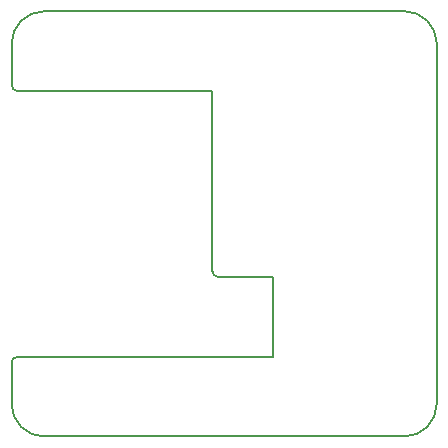
<source format=gm1>
G04 #@! TF.FileFunction,Profile,NP*
%FSLAX46Y46*%
G04 Gerber Fmt 4.6, Leading zero omitted, Abs format (unit mm)*
G04 Created by KiCad (PCBNEW 4.0.1-stable) date Tuesday, January 12, 2016 'PMt' 12:54:15 PM*
%MOMM*%
G01*
G04 APERTURE LIST*
%ADD10C,0.100000*%
%ADD11C,0.150000*%
G04 APERTURE END LIST*
D10*
D11*
X130500000Y-119250000D02*
G75*
G03X130000000Y-119750000I0J-500000D01*
G01*
X130000000Y-96250000D02*
G75*
G03X130500000Y-96750000I500000J0D01*
G01*
X147000000Y-112000000D02*
G75*
G03X147500000Y-112500000I500000J0D01*
G01*
X152170000Y-119250000D02*
X152170000Y-112500000D01*
X130500000Y-119250000D02*
X152170000Y-119250000D01*
X147500000Y-112500000D02*
X152170000Y-112500000D01*
X147000000Y-96750000D02*
X147000000Y-112000000D01*
X130500000Y-96750000D02*
X147000000Y-96750000D01*
X130000000Y-119750000D02*
X130000000Y-123250000D01*
X130000000Y-123250000D02*
G75*
G03X132750000Y-126000000I2750000J0D01*
G01*
X163250000Y-126000000D02*
G75*
G03X166000000Y-123250000I0J2750000D01*
G01*
X166000000Y-92750000D02*
G75*
G03X163250000Y-90000000I-2750000J0D01*
G01*
X132750000Y-90000000D02*
G75*
G03X130000000Y-92750000I0J-2750000D01*
G01*
X132750000Y-126000000D02*
X163250000Y-126000000D01*
X130000000Y-92750000D02*
X130000000Y-96250000D01*
X166000000Y-92750000D02*
X166000000Y-123250000D01*
X132750000Y-90000000D02*
X163250000Y-90000000D01*
M02*

</source>
